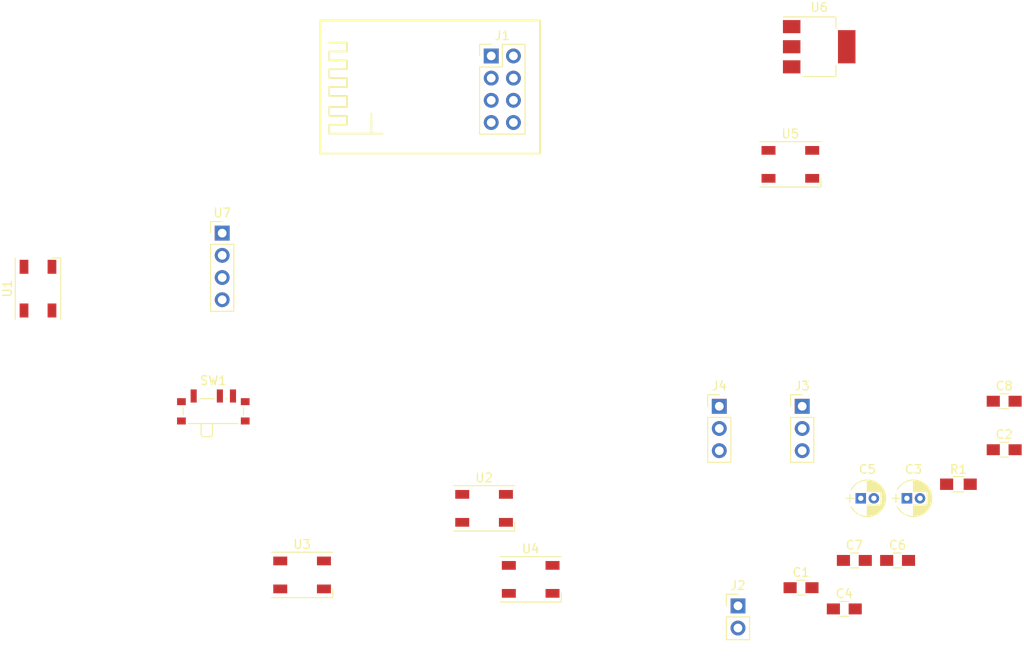
<source format=kicad_pcb>
(kicad_pcb (version 4) (host pcbnew 4.0.7)

  (general
    (links 49)
    (no_connects 49)
    (area 123.876999 62.662999 151.967001 91.261001)
    (thickness 1.6)
    (drawings 29)
    (tracks 0)
    (zones 0)
    (modules 21)
    (nets 16)
  )

  (page A4)
  (layers
    (0 F.Cu signal)
    (31 B.Cu signal)
    (32 B.Adhes user)
    (33 F.Adhes user)
    (34 B.Paste user)
    (35 F.Paste user)
    (36 B.SilkS user)
    (37 F.SilkS user)
    (38 B.Mask user)
    (39 F.Mask user)
    (40 Dwgs.User user)
    (41 Cmts.User user)
    (42 Eco1.User user)
    (43 Eco2.User user)
    (44 Edge.Cuts user)
    (45 Margin user)
    (46 B.CrtYd user)
    (47 F.CrtYd user)
    (48 B.Fab user)
    (49 F.Fab user)
  )

  (setup
    (last_trace_width 0.25)
    (trace_clearance 0.2)
    (zone_clearance 0.508)
    (zone_45_only no)
    (trace_min 0.2)
    (segment_width 0.2)
    (edge_width 0.15)
    (via_size 0.6)
    (via_drill 0.4)
    (via_min_size 0.4)
    (via_min_drill 0.3)
    (uvia_size 0.3)
    (uvia_drill 0.1)
    (uvias_allowed no)
    (uvia_min_size 0.2)
    (uvia_min_drill 0.1)
    (pcb_text_width 0.3)
    (pcb_text_size 1.5 1.5)
    (mod_edge_width 0.15)
    (mod_text_size 1 1)
    (mod_text_width 0.15)
    (pad_size 1.524 1.524)
    (pad_drill 0.762)
    (pad_to_mask_clearance 0.2)
    (aux_axis_origin 0 0)
    (visible_elements 7FFFFFFF)
    (pcbplotparams
      (layerselection 0x00030_80000001)
      (usegerberextensions false)
      (excludeedgelayer true)
      (linewidth 0.100000)
      (plotframeref false)
      (viasonmask false)
      (mode 1)
      (useauxorigin false)
      (hpglpennumber 1)
      (hpglpenspeed 20)
      (hpglpendiameter 15)
      (hpglpenoverlay 2)
      (psnegative false)
      (psa4output false)
      (plotreference true)
      (plotvalue true)
      (plotinvisibletext false)
      (padsonsilk false)
      (subtractmaskfromsilk false)
      (outputformat 1)
      (mirror false)
      (drillshape 1)
      (scaleselection 1)
      (outputdirectory ""))
  )

  (net 0 "")
  (net 1 +5V)
  (net 2 GND)
  (net 3 +3V3)
  (net 4 /RX)
  (net 5 /GPIO_0)
  (net 6 /GPIO_2)
  (net 7 /RESET)
  (net 8 /CH_PD)
  (net 9 /TX)
  (net 10 "Net-(U1-Pad2)")
  (net 11 "Net-(U2-Pad2)")
  (net 12 "Net-(U3-Pad2)")
  (net 13 "Net-(U4-Pad2)")
  (net 14 "Net-(U5-Pad2)")
  (net 15 "Net-(U7-Pad3)")

  (net_class Default "Esta es la clase de red por defecto."
    (clearance 0.2)
    (trace_width 0.25)
    (via_dia 0.6)
    (via_drill 0.4)
    (uvia_dia 0.3)
    (uvia_drill 0.1)
    (add_net +3V3)
    (add_net +5V)
    (add_net /CH_PD)
    (add_net /GPIO_0)
    (add_net /GPIO_2)
    (add_net /RESET)
    (add_net /RX)
    (add_net /TX)
    (add_net GND)
    (add_net "Net-(U1-Pad2)")
    (add_net "Net-(U2-Pad2)")
    (add_net "Net-(U3-Pad2)")
    (add_net "Net-(U4-Pad2)")
    (add_net "Net-(U5-Pad2)")
    (add_net "Net-(U7-Pad3)")
  )

  (module Pin_Headers:Pin_Header_Straight_2x04_Pitch2.54mm (layer F.Cu) (tedit 5AA3CC8E) (tstamp 5AA3C8C5)
    (at 145.091196 68.108452)
    (descr "Through hole straight pin header, 2x04, 2.54mm pitch, double rows")
    (tags "Through hole pin header THT 2x04 2.54mm double row")
    (path /5AA3BB70)
    (fp_text reference J1 (at 1.27 -2.33) (layer F.SilkS)
      (effects (font (size 1 1) (thickness 0.15)))
    )
    (fp_text value Conn_02x04_Top_Bottom (at 1.27 9.95) (layer F.Fab)
      (effects (font (size 1 1) (thickness 0.15)))
    )
    (fp_line (start 0 -1.27) (end 3.81 -1.27) (layer F.Fab) (width 0.1))
    (fp_line (start 3.81 -1.27) (end 3.81 8.89) (layer F.Fab) (width 0.1))
    (fp_line (start 3.81 8.89) (end -1.27 8.89) (layer F.Fab) (width 0.1))
    (fp_line (start -1.27 8.89) (end -1.27 0) (layer F.Fab) (width 0.1))
    (fp_line (start -1.27 0) (end 0 -1.27) (layer F.Fab) (width 0.1))
    (fp_line (start -1.33 8.95) (end 3.87 8.95) (layer F.SilkS) (width 0.12))
    (fp_line (start -1.33 1.27) (end -1.33 8.95) (layer F.SilkS) (width 0.12))
    (fp_line (start 3.87 -1.33) (end 3.87 8.95) (layer F.SilkS) (width 0.12))
    (fp_line (start -1.33 1.27) (end 1.27 1.27) (layer F.SilkS) (width 0.12))
    (fp_line (start 1.27 1.27) (end 1.27 -1.33) (layer F.SilkS) (width 0.12))
    (fp_line (start 1.27 -1.33) (end 3.87 -1.33) (layer F.SilkS) (width 0.12))
    (fp_line (start -1.33 0) (end -1.33 -1.33) (layer F.SilkS) (width 0.12))
    (fp_line (start -1.33 -1.33) (end 0 -1.33) (layer F.SilkS) (width 0.12))
    (fp_line (start -1.8 -1.8) (end -1.8 9.4) (layer F.CrtYd) (width 0.05))
    (fp_line (start -1.8 9.4) (end 4.35 9.4) (layer F.CrtYd) (width 0.05))
    (fp_line (start 4.35 9.4) (end 4.35 -1.8) (layer F.CrtYd) (width 0.05))
    (fp_line (start 4.35 -1.8) (end -1.8 -1.8) (layer F.CrtYd) (width 0.05))
    (fp_text user %R (at 1.27 3.81 90) (layer F.Fab)
      (effects (font (size 1 1) (thickness 0.15)))
    )
    (pad 1 thru_hole rect (at 0 0) (size 1.7 1.7) (drill 1) (layers *.Cu *.Mask)
      (net 4 /RX))
    (pad 5 thru_hole oval (at 2.54 0) (size 1.7 1.7) (drill 1) (layers *.Cu *.Mask)
      (net 3 +3V3))
    (pad 2 thru_hole oval (at 0 2.54) (size 1.7 1.7) (drill 1) (layers *.Cu *.Mask)
      (net 5 /GPIO_0))
    (pad 6 thru_hole oval (at 2.54 2.54) (size 1.7 1.7) (drill 1) (layers *.Cu *.Mask)
      (net 7 /RESET))
    (pad 3 thru_hole oval (at 0 5.08) (size 1.7 1.7) (drill 1) (layers *.Cu *.Mask)
      (net 6 /GPIO_2))
    (pad 7 thru_hole oval (at 2.54 5.08) (size 1.7 1.7) (drill 1) (layers *.Cu *.Mask)
      (net 8 /CH_PD))
    (pad 4 thru_hole oval (at 0 7.62) (size 1.7 1.7) (drill 1) (layers *.Cu *.Mask)
      (net 2 GND))
    (pad 8 thru_hole oval (at 2.54 7.62) (size 1.7 1.7) (drill 1) (layers *.Cu *.Mask)
      (net 9 /TX))
    (model ${KISYS3DMOD}/Pin_Headers.3dshapes/Pin_Header_Straight_2x04_Pitch2.54mm.wrl
      (at (xyz 0 0 0))
      (scale (xyz 1 1 1))
      (rotate (xyz 0 0 0))
    )
  )

  (module Capacitors_SMD:C_0805_HandSoldering (layer F.Cu) (tedit 58AA84A8) (tstamp 5AA3C88F)
    (at 180.549001 128.967)
    (descr "Capacitor SMD 0805, hand soldering")
    (tags "capacitor 0805")
    (path /5A9AA584)
    (attr smd)
    (fp_text reference C1 (at 0 -1.75) (layer F.SilkS)
      (effects (font (size 1 1) (thickness 0.15)))
    )
    (fp_text value 100n (at 0 1.75) (layer F.Fab)
      (effects (font (size 1 1) (thickness 0.15)))
    )
    (fp_text user %R (at 0 -1.75) (layer F.Fab)
      (effects (font (size 1 1) (thickness 0.15)))
    )
    (fp_line (start -1 0.62) (end -1 -0.62) (layer F.Fab) (width 0.1))
    (fp_line (start 1 0.62) (end -1 0.62) (layer F.Fab) (width 0.1))
    (fp_line (start 1 -0.62) (end 1 0.62) (layer F.Fab) (width 0.1))
    (fp_line (start -1 -0.62) (end 1 -0.62) (layer F.Fab) (width 0.1))
    (fp_line (start 0.5 -0.85) (end -0.5 -0.85) (layer F.SilkS) (width 0.12))
    (fp_line (start -0.5 0.85) (end 0.5 0.85) (layer F.SilkS) (width 0.12))
    (fp_line (start -2.25 -0.88) (end 2.25 -0.88) (layer F.CrtYd) (width 0.05))
    (fp_line (start -2.25 -0.88) (end -2.25 0.87) (layer F.CrtYd) (width 0.05))
    (fp_line (start 2.25 0.87) (end 2.25 -0.88) (layer F.CrtYd) (width 0.05))
    (fp_line (start 2.25 0.87) (end -2.25 0.87) (layer F.CrtYd) (width 0.05))
    (pad 1 smd rect (at -1.25 0) (size 1.5 1.25) (layers F.Cu F.Paste F.Mask)
      (net 1 +5V))
    (pad 2 smd rect (at 1.25 0) (size 1.5 1.25) (layers F.Cu F.Paste F.Mask)
      (net 2 GND))
    (model Capacitors_SMD.3dshapes/C_0805.wrl
      (at (xyz 0 0 0))
      (scale (xyz 1 1 1))
      (rotate (xyz 0 0 0))
    )
  )

  (module Capacitors_SMD:C_0805_HandSoldering (layer F.Cu) (tedit 58AA84A8) (tstamp 5AA3C895)
    (at 203.799001 113.177)
    (descr "Capacitor SMD 0805, hand soldering")
    (tags "capacitor 0805")
    (path /5A9AA7EF)
    (attr smd)
    (fp_text reference C2 (at 0 -1.75) (layer F.SilkS)
      (effects (font (size 1 1) (thickness 0.15)))
    )
    (fp_text value 100n (at 0 1.75) (layer F.Fab)
      (effects (font (size 1 1) (thickness 0.15)))
    )
    (fp_text user %R (at 0 -1.75) (layer F.Fab)
      (effects (font (size 1 1) (thickness 0.15)))
    )
    (fp_line (start -1 0.62) (end -1 -0.62) (layer F.Fab) (width 0.1))
    (fp_line (start 1 0.62) (end -1 0.62) (layer F.Fab) (width 0.1))
    (fp_line (start 1 -0.62) (end 1 0.62) (layer F.Fab) (width 0.1))
    (fp_line (start -1 -0.62) (end 1 -0.62) (layer F.Fab) (width 0.1))
    (fp_line (start 0.5 -0.85) (end -0.5 -0.85) (layer F.SilkS) (width 0.12))
    (fp_line (start -0.5 0.85) (end 0.5 0.85) (layer F.SilkS) (width 0.12))
    (fp_line (start -2.25 -0.88) (end 2.25 -0.88) (layer F.CrtYd) (width 0.05))
    (fp_line (start -2.25 -0.88) (end -2.25 0.87) (layer F.CrtYd) (width 0.05))
    (fp_line (start 2.25 0.87) (end 2.25 -0.88) (layer F.CrtYd) (width 0.05))
    (fp_line (start 2.25 0.87) (end -2.25 0.87) (layer F.CrtYd) (width 0.05))
    (pad 1 smd rect (at -1.25 0) (size 1.5 1.25) (layers F.Cu F.Paste F.Mask)
      (net 1 +5V))
    (pad 2 smd rect (at 1.25 0) (size 1.5 1.25) (layers F.Cu F.Paste F.Mask)
      (net 2 GND))
    (model Capacitors_SMD.3dshapes/C_0805.wrl
      (at (xyz 0 0 0))
      (scale (xyz 1 1 1))
      (rotate (xyz 0 0 0))
    )
  )

  (module Capacitors_THT:CP_Radial_D4.0mm_P1.50mm (layer F.Cu) (tedit 597BC7C2) (tstamp 5AA3C89B)
    (at 192.664001 118.737)
    (descr "CP, Radial series, Radial, pin pitch=1.50mm, , diameter=4mm, Electrolytic Capacitor")
    (tags "CP Radial series Radial pin pitch 1.50mm  diameter 4mm Electrolytic Capacitor")
    (path /5A9A88BB)
    (fp_text reference C3 (at 0.75 -3.31) (layer F.SilkS)
      (effects (font (size 1 1) (thickness 0.15)))
    )
    (fp_text value 10uF (at 0.75 3.31) (layer F.Fab)
      (effects (font (size 1 1) (thickness 0.15)))
    )
    (fp_arc (start 0.75 0) (end -1.095996 -0.98) (angle 124.1) (layer F.SilkS) (width 0.12))
    (fp_arc (start 0.75 0) (end -1.095996 0.98) (angle -124.1) (layer F.SilkS) (width 0.12))
    (fp_arc (start 0.75 0) (end 2.595996 -0.98) (angle 55.9) (layer F.SilkS) (width 0.12))
    (fp_circle (center 0.75 0) (end 2.75 0) (layer F.Fab) (width 0.1))
    (fp_line (start -1.7 0) (end -0.8 0) (layer F.Fab) (width 0.1))
    (fp_line (start -1.25 -0.45) (end -1.25 0.45) (layer F.Fab) (width 0.1))
    (fp_line (start 0.75 0.78) (end 0.75 2.05) (layer F.SilkS) (width 0.12))
    (fp_line (start 0.75 -2.05) (end 0.75 -0.78) (layer F.SilkS) (width 0.12))
    (fp_line (start 0.79 -2.05) (end 0.79 -0.78) (layer F.SilkS) (width 0.12))
    (fp_line (start 0.79 0.78) (end 0.79 2.05) (layer F.SilkS) (width 0.12))
    (fp_line (start 0.83 -2.049) (end 0.83 -0.78) (layer F.SilkS) (width 0.12))
    (fp_line (start 0.83 0.78) (end 0.83 2.049) (layer F.SilkS) (width 0.12))
    (fp_line (start 0.87 -2.047) (end 0.87 -0.78) (layer F.SilkS) (width 0.12))
    (fp_line (start 0.87 0.78) (end 0.87 2.047) (layer F.SilkS) (width 0.12))
    (fp_line (start 0.91 -2.044) (end 0.91 -0.78) (layer F.SilkS) (width 0.12))
    (fp_line (start 0.91 0.78) (end 0.91 2.044) (layer F.SilkS) (width 0.12))
    (fp_line (start 0.95 -2.041) (end 0.95 -0.78) (layer F.SilkS) (width 0.12))
    (fp_line (start 0.95 0.78) (end 0.95 2.041) (layer F.SilkS) (width 0.12))
    (fp_line (start 0.99 -2.037) (end 0.99 -0.78) (layer F.SilkS) (width 0.12))
    (fp_line (start 0.99 0.78) (end 0.99 2.037) (layer F.SilkS) (width 0.12))
    (fp_line (start 1.03 -2.032) (end 1.03 -0.78) (layer F.SilkS) (width 0.12))
    (fp_line (start 1.03 0.78) (end 1.03 2.032) (layer F.SilkS) (width 0.12))
    (fp_line (start 1.07 -2.026) (end 1.07 -0.78) (layer F.SilkS) (width 0.12))
    (fp_line (start 1.07 0.78) (end 1.07 2.026) (layer F.SilkS) (width 0.12))
    (fp_line (start 1.11 -2.019) (end 1.11 -0.78) (layer F.SilkS) (width 0.12))
    (fp_line (start 1.11 0.78) (end 1.11 2.019) (layer F.SilkS) (width 0.12))
    (fp_line (start 1.15 -2.012) (end 1.15 -0.78) (layer F.SilkS) (width 0.12))
    (fp_line (start 1.15 0.78) (end 1.15 2.012) (layer F.SilkS) (width 0.12))
    (fp_line (start 1.19 -2.004) (end 1.19 -0.78) (layer F.SilkS) (width 0.12))
    (fp_line (start 1.19 0.78) (end 1.19 2.004) (layer F.SilkS) (width 0.12))
    (fp_line (start 1.23 -1.995) (end 1.23 -0.78) (layer F.SilkS) (width 0.12))
    (fp_line (start 1.23 0.78) (end 1.23 1.995) (layer F.SilkS) (width 0.12))
    (fp_line (start 1.27 -1.985) (end 1.27 -0.78) (layer F.SilkS) (width 0.12))
    (fp_line (start 1.27 0.78) (end 1.27 1.985) (layer F.SilkS) (width 0.12))
    (fp_line (start 1.31 -1.974) (end 1.31 -0.78) (layer F.SilkS) (width 0.12))
    (fp_line (start 1.31 0.78) (end 1.31 1.974) (layer F.SilkS) (width 0.12))
    (fp_line (start 1.35 -1.963) (end 1.35 -0.78) (layer F.SilkS) (width 0.12))
    (fp_line (start 1.35 0.78) (end 1.35 1.963) (layer F.SilkS) (width 0.12))
    (fp_line (start 1.39 -1.95) (end 1.39 -0.78) (layer F.SilkS) (width 0.12))
    (fp_line (start 1.39 0.78) (end 1.39 1.95) (layer F.SilkS) (width 0.12))
    (fp_line (start 1.43 -1.937) (end 1.43 -0.78) (layer F.SilkS) (width 0.12))
    (fp_line (start 1.43 0.78) (end 1.43 1.937) (layer F.SilkS) (width 0.12))
    (fp_line (start 1.471 -1.923) (end 1.471 -0.78) (layer F.SilkS) (width 0.12))
    (fp_line (start 1.471 0.78) (end 1.471 1.923) (layer F.SilkS) (width 0.12))
    (fp_line (start 1.511 -1.907) (end 1.511 -0.78) (layer F.SilkS) (width 0.12))
    (fp_line (start 1.511 0.78) (end 1.511 1.907) (layer F.SilkS) (width 0.12))
    (fp_line (start 1.551 -1.891) (end 1.551 -0.78) (layer F.SilkS) (width 0.12))
    (fp_line (start 1.551 0.78) (end 1.551 1.891) (layer F.SilkS) (width 0.12))
    (fp_line (start 1.591 -1.874) (end 1.591 -0.78) (layer F.SilkS) (width 0.12))
    (fp_line (start 1.591 0.78) (end 1.591 1.874) (layer F.SilkS) (width 0.12))
    (fp_line (start 1.631 -1.856) (end 1.631 -0.78) (layer F.SilkS) (width 0.12))
    (fp_line (start 1.631 0.78) (end 1.631 1.856) (layer F.SilkS) (width 0.12))
    (fp_line (start 1.671 -1.837) (end 1.671 -0.78) (layer F.SilkS) (width 0.12))
    (fp_line (start 1.671 0.78) (end 1.671 1.837) (layer F.SilkS) (width 0.12))
    (fp_line (start 1.711 -1.817) (end 1.711 -0.78) (layer F.SilkS) (width 0.12))
    (fp_line (start 1.711 0.78) (end 1.711 1.817) (layer F.SilkS) (width 0.12))
    (fp_line (start 1.751 -1.796) (end 1.751 -0.78) (layer F.SilkS) (width 0.12))
    (fp_line (start 1.751 0.78) (end 1.751 1.796) (layer F.SilkS) (width 0.12))
    (fp_line (start 1.791 -1.773) (end 1.791 -0.78) (layer F.SilkS) (width 0.12))
    (fp_line (start 1.791 0.78) (end 1.791 1.773) (layer F.SilkS) (width 0.12))
    (fp_line (start 1.831 -1.75) (end 1.831 -0.78) (layer F.SilkS) (width 0.12))
    (fp_line (start 1.831 0.78) (end 1.831 1.75) (layer F.SilkS) (width 0.12))
    (fp_line (start 1.871 -1.725) (end 1.871 -0.78) (layer F.SilkS) (width 0.12))
    (fp_line (start 1.871 0.78) (end 1.871 1.725) (layer F.SilkS) (width 0.12))
    (fp_line (start 1.911 -1.699) (end 1.911 -0.78) (layer F.SilkS) (width 0.12))
    (fp_line (start 1.911 0.78) (end 1.911 1.699) (layer F.SilkS) (width 0.12))
    (fp_line (start 1.951 -1.672) (end 1.951 -0.78) (layer F.SilkS) (width 0.12))
    (fp_line (start 1.951 0.78) (end 1.951 1.672) (layer F.SilkS) (width 0.12))
    (fp_line (start 1.991 -1.643) (end 1.991 -0.78) (layer F.SilkS) (width 0.12))
    (fp_line (start 1.991 0.78) (end 1.991 1.643) (layer F.SilkS) (width 0.12))
    (fp_line (start 2.031 -1.613) (end 2.031 -0.78) (layer F.SilkS) (width 0.12))
    (fp_line (start 2.031 0.78) (end 2.031 1.613) (layer F.SilkS) (width 0.12))
    (fp_line (start 2.071 -1.581) (end 2.071 -0.78) (layer F.SilkS) (width 0.12))
    (fp_line (start 2.071 0.78) (end 2.071 1.581) (layer F.SilkS) (width 0.12))
    (fp_line (start 2.111 -1.547) (end 2.111 -0.78) (layer F.SilkS) (width 0.12))
    (fp_line (start 2.111 0.78) (end 2.111 1.547) (layer F.SilkS) (width 0.12))
    (fp_line (start 2.151 -1.512) (end 2.151 -0.78) (layer F.SilkS) (width 0.12))
    (fp_line (start 2.151 0.78) (end 2.151 1.512) (layer F.SilkS) (width 0.12))
    (fp_line (start 2.191 -1.475) (end 2.191 -0.78) (layer F.SilkS) (width 0.12))
    (fp_line (start 2.191 0.78) (end 2.191 1.475) (layer F.SilkS) (width 0.12))
    (fp_line (start 2.231 -1.436) (end 2.231 -0.78) (layer F.SilkS) (width 0.12))
    (fp_line (start 2.231 0.78) (end 2.231 1.436) (layer F.SilkS) (width 0.12))
    (fp_line (start 2.271 -1.395) (end 2.271 -0.78) (layer F.SilkS) (width 0.12))
    (fp_line (start 2.271 0.78) (end 2.271 1.395) (layer F.SilkS) (width 0.12))
    (fp_line (start 2.311 -1.351) (end 2.311 1.351) (layer F.SilkS) (width 0.12))
    (fp_line (start 2.351 -1.305) (end 2.351 1.305) (layer F.SilkS) (width 0.12))
    (fp_line (start 2.391 -1.256) (end 2.391 1.256) (layer F.SilkS) (width 0.12))
    (fp_line (start 2.431 -1.204) (end 2.431 1.204) (layer F.SilkS) (width 0.12))
    (fp_line (start 2.471 -1.148) (end 2.471 1.148) (layer F.SilkS) (width 0.12))
    (fp_line (start 2.511 -1.088) (end 2.511 1.088) (layer F.SilkS) (width 0.12))
    (fp_line (start 2.551 -1.023) (end 2.551 1.023) (layer F.SilkS) (width 0.12))
    (fp_line (start 2.591 -0.952) (end 2.591 0.952) (layer F.SilkS) (width 0.12))
    (fp_line (start 2.631 -0.874) (end 2.631 0.874) (layer F.SilkS) (width 0.12))
    (fp_line (start 2.671 -0.786) (end 2.671 0.786) (layer F.SilkS) (width 0.12))
    (fp_line (start 2.711 -0.686) (end 2.711 0.686) (layer F.SilkS) (width 0.12))
    (fp_line (start 2.751 -0.567) (end 2.751 0.567) (layer F.SilkS) (width 0.12))
    (fp_line (start 2.791 -0.415) (end 2.791 0.415) (layer F.SilkS) (width 0.12))
    (fp_line (start 2.831 -0.165) (end 2.831 0.165) (layer F.SilkS) (width 0.12))
    (fp_line (start -1.7 0) (end -0.8 0) (layer F.SilkS) (width 0.12))
    (fp_line (start -1.25 -0.45) (end -1.25 0.45) (layer F.SilkS) (width 0.12))
    (fp_line (start -1.6 -2.35) (end -1.6 2.35) (layer F.CrtYd) (width 0.05))
    (fp_line (start -1.6 2.35) (end 3.1 2.35) (layer F.CrtYd) (width 0.05))
    (fp_line (start 3.1 2.35) (end 3.1 -2.35) (layer F.CrtYd) (width 0.05))
    (fp_line (start 3.1 -2.35) (end -1.6 -2.35) (layer F.CrtYd) (width 0.05))
    (fp_text user %R (at 0.75 0) (layer F.Fab)
      (effects (font (size 1 1) (thickness 0.15)))
    )
    (pad 1 thru_hole rect (at 0 0) (size 1.2 1.2) (drill 0.6) (layers *.Cu *.Mask)
      (net 1 +5V))
    (pad 2 thru_hole circle (at 1.5 0) (size 1.2 1.2) (drill 0.6) (layers *.Cu *.Mask)
      (net 2 GND))
    (model ${KISYS3DMOD}/Capacitors_THT.3dshapes/CP_Radial_D4.0mm_P1.50mm.wrl
      (at (xyz 0 0 0))
      (scale (xyz 1 1 1))
      (rotate (xyz 0 0 0))
    )
  )

  (module Capacitors_SMD:C_0805_HandSoldering (layer F.Cu) (tedit 58AA84A8) (tstamp 5AA3C8A1)
    (at 185.499001 131.397)
    (descr "Capacitor SMD 0805, hand soldering")
    (tags "capacitor 0805")
    (path /5A9AAD5D)
    (attr smd)
    (fp_text reference C4 (at 0 -1.75) (layer F.SilkS)
      (effects (font (size 1 1) (thickness 0.15)))
    )
    (fp_text value 100n (at 0 1.75) (layer F.Fab)
      (effects (font (size 1 1) (thickness 0.15)))
    )
    (fp_text user %R (at 0 -1.75) (layer F.Fab)
      (effects (font (size 1 1) (thickness 0.15)))
    )
    (fp_line (start -1 0.62) (end -1 -0.62) (layer F.Fab) (width 0.1))
    (fp_line (start 1 0.62) (end -1 0.62) (layer F.Fab) (width 0.1))
    (fp_line (start 1 -0.62) (end 1 0.62) (layer F.Fab) (width 0.1))
    (fp_line (start -1 -0.62) (end 1 -0.62) (layer F.Fab) (width 0.1))
    (fp_line (start 0.5 -0.85) (end -0.5 -0.85) (layer F.SilkS) (width 0.12))
    (fp_line (start -0.5 0.85) (end 0.5 0.85) (layer F.SilkS) (width 0.12))
    (fp_line (start -2.25 -0.88) (end 2.25 -0.88) (layer F.CrtYd) (width 0.05))
    (fp_line (start -2.25 -0.88) (end -2.25 0.87) (layer F.CrtYd) (width 0.05))
    (fp_line (start 2.25 0.87) (end 2.25 -0.88) (layer F.CrtYd) (width 0.05))
    (fp_line (start 2.25 0.87) (end -2.25 0.87) (layer F.CrtYd) (width 0.05))
    (pad 1 smd rect (at -1.25 0) (size 1.5 1.25) (layers F.Cu F.Paste F.Mask)
      (net 1 +5V))
    (pad 2 smd rect (at 1.25 0) (size 1.5 1.25) (layers F.Cu F.Paste F.Mask)
      (net 2 GND))
    (model Capacitors_SMD.3dshapes/C_0805.wrl
      (at (xyz 0 0 0))
      (scale (xyz 1 1 1))
      (rotate (xyz 0 0 0))
    )
  )

  (module Capacitors_THT:CP_Radial_D4.0mm_P1.50mm (layer F.Cu) (tedit 597BC7C2) (tstamp 5AA3C8A7)
    (at 187.384001 118.737)
    (descr "CP, Radial series, Radial, pin pitch=1.50mm, , diameter=4mm, Electrolytic Capacitor")
    (tags "CP Radial series Radial pin pitch 1.50mm  diameter 4mm Electrolytic Capacitor")
    (path /5A9A88DA)
    (fp_text reference C5 (at 0.75 -3.31) (layer F.SilkS)
      (effects (font (size 1 1) (thickness 0.15)))
    )
    (fp_text value 22uF (at 0.75 3.31) (layer F.Fab)
      (effects (font (size 1 1) (thickness 0.15)))
    )
    (fp_arc (start 0.75 0) (end -1.095996 -0.98) (angle 124.1) (layer F.SilkS) (width 0.12))
    (fp_arc (start 0.75 0) (end -1.095996 0.98) (angle -124.1) (layer F.SilkS) (width 0.12))
    (fp_arc (start 0.75 0) (end 2.595996 -0.98) (angle 55.9) (layer F.SilkS) (width 0.12))
    (fp_circle (center 0.75 0) (end 2.75 0) (layer F.Fab) (width 0.1))
    (fp_line (start -1.7 0) (end -0.8 0) (layer F.Fab) (width 0.1))
    (fp_line (start -1.25 -0.45) (end -1.25 0.45) (layer F.Fab) (width 0.1))
    (fp_line (start 0.75 0.78) (end 0.75 2.05) (layer F.SilkS) (width 0.12))
    (fp_line (start 0.75 -2.05) (end 0.75 -0.78) (layer F.SilkS) (width 0.12))
    (fp_line (start 0.79 -2.05) (end 0.79 -0.78) (layer F.SilkS) (width 0.12))
    (fp_line (start 0.79 0.78) (end 0.79 2.05) (layer F.SilkS) (width 0.12))
    (fp_line (start 0.83 -2.049) (end 0.83 -0.78) (layer F.SilkS) (width 0.12))
    (fp_line (start 0.83 0.78) (end 0.83 2.049) (layer F.SilkS) (width 0.12))
    (fp_line (start 0.87 -2.047) (end 0.87 -0.78) (layer F.SilkS) (width 0.12))
    (fp_line (start 0.87 0.78) (end 0.87 2.047) (layer F.SilkS) (width 0.12))
    (fp_line (start 0.91 -2.044) (end 0.91 -0.78) (layer F.SilkS) (width 0.12))
    (fp_line (start 0.91 0.78) (end 0.91 2.044) (layer F.SilkS) (width 0.12))
    (fp_line (start 0.95 -2.041) (end 0.95 -0.78) (layer F.SilkS) (width 0.12))
    (fp_line (start 0.95 0.78) (end 0.95 2.041) (layer F.SilkS) (width 0.12))
    (fp_line (start 0.99 -2.037) (end 0.99 -0.78) (layer F.SilkS) (width 0.12))
    (fp_line (start 0.99 0.78) (end 0.99 2.037) (layer F.SilkS) (width 0.12))
    (fp_line (start 1.03 -2.032) (end 1.03 -0.78) (layer F.SilkS) (width 0.12))
    (fp_line (start 1.03 0.78) (end 1.03 2.032) (layer F.SilkS) (width 0.12))
    (fp_line (start 1.07 -2.026) (end 1.07 -0.78) (layer F.SilkS) (width 0.12))
    (fp_line (start 1.07 0.78) (end 1.07 2.026) (layer F.SilkS) (width 0.12))
    (fp_line (start 1.11 -2.019) (end 1.11 -0.78) (layer F.SilkS) (width 0.12))
    (fp_line (start 1.11 0.78) (end 1.11 2.019) (layer F.SilkS) (width 0.12))
    (fp_line (start 1.15 -2.012) (end 1.15 -0.78) (layer F.SilkS) (width 0.12))
    (fp_line (start 1.15 0.78) (end 1.15 2.012) (layer F.SilkS) (width 0.12))
    (fp_line (start 1.19 -2.004) (end 1.19 -0.78) (layer F.SilkS) (width 0.12))
    (fp_line (start 1.19 0.78) (end 1.19 2.004) (layer F.SilkS) (width 0.12))
    (fp_line (start 1.23 -1.995) (end 1.23 -0.78) (layer F.SilkS) (width 0.12))
    (fp_line (start 1.23 0.78) (end 1.23 1.995) (layer F.SilkS) (width 0.12))
    (fp_line (start 1.27 -1.985) (end 1.27 -0.78) (layer F.SilkS) (width 0.12))
    (fp_line (start 1.27 0.78) (end 1.27 1.985) (layer F.SilkS) (width 0.12))
    (fp_line (start 1.31 -1.974) (end 1.31 -0.78) (layer F.SilkS) (width 0.12))
    (fp_line (start 1.31 0.78) (end 1.31 1.974) (layer F.SilkS) (width 0.12))
    (fp_line (start 1.35 -1.963) (end 1.35 -0.78) (layer F.SilkS) (width 0.12))
    (fp_line (start 1.35 0.78) (end 1.35 1.963) (layer F.SilkS) (width 0.12))
    (fp_line (start 1.39 -1.95) (end 1.39 -0.78) (layer F.SilkS) (width 0.12))
    (fp_line (start 1.39 0.78) (end 1.39 1.95) (layer F.SilkS) (width 0.12))
    (fp_line (start 1.43 -1.937) (end 1.43 -0.78) (layer F.SilkS) (width 0.12))
    (fp_line (start 1.43 0.78) (end 1.43 1.937) (layer F.SilkS) (width 0.12))
    (fp_line (start 1.471 -1.923) (end 1.471 -0.78) (layer F.SilkS) (width 0.12))
    (fp_line (start 1.471 0.78) (end 1.471 1.923) (layer F.SilkS) (width 0.12))
    (fp_line (start 1.511 -1.907) (end 1.511 -0.78) (layer F.SilkS) (width 0.12))
    (fp_line (start 1.511 0.78) (end 1.511 1.907) (layer F.SilkS) (width 0.12))
    (fp_line (start 1.551 -1.891) (end 1.551 -0.78) (layer F.SilkS) (width 0.12))
    (fp_line (start 1.551 0.78) (end 1.551 1.891) (layer F.SilkS) (width 0.12))
    (fp_line (start 1.591 -1.874) (end 1.591 -0.78) (layer F.SilkS) (width 0.12))
    (fp_line (start 1.591 0.78) (end 1.591 1.874) (layer F.SilkS) (width 0.12))
    (fp_line (start 1.631 -1.856) (end 1.631 -0.78) (layer F.SilkS) (width 0.12))
    (fp_line (start 1.631 0.78) (end 1.631 1.856) (layer F.SilkS) (width 0.12))
    (fp_line (start 1.671 -1.837) (end 1.671 -0.78) (layer F.SilkS) (width 0.12))
    (fp_line (start 1.671 0.78) (end 1.671 1.837) (layer F.SilkS) (width 0.12))
    (fp_line (start 1.711 -1.817) (end 1.711 -0.78) (layer F.SilkS) (width 0.12))
    (fp_line (start 1.711 0.78) (end 1.711 1.817) (layer F.SilkS) (width 0.12))
    (fp_line (start 1.751 -1.796) (end 1.751 -0.78) (layer F.SilkS) (width 0.12))
    (fp_line (start 1.751 0.78) (end 1.751 1.796) (layer F.SilkS) (width 0.12))
    (fp_line (start 1.791 -1.773) (end 1.791 -0.78) (layer F.SilkS) (width 0.12))
    (fp_line (start 1.791 0.78) (end 1.791 1.773) (layer F.SilkS) (width 0.12))
    (fp_line (start 1.831 -1.75) (end 1.831 -0.78) (layer F.SilkS) (width 0.12))
    (fp_line (start 1.831 0.78) (end 1.831 1.75) (layer F.SilkS) (width 0.12))
    (fp_line (start 1.871 -1.725) (end 1.871 -0.78) (layer F.SilkS) (width 0.12))
    (fp_line (start 1.871 0.78) (end 1.871 1.725) (layer F.SilkS) (width 0.12))
    (fp_line (start 1.911 -1.699) (end 1.911 -0.78) (layer F.SilkS) (width 0.12))
    (fp_line (start 1.911 0.78) (end 1.911 1.699) (layer F.SilkS) (width 0.12))
    (fp_line (start 1.951 -1.672) (end 1.951 -0.78) (layer F.SilkS) (width 0.12))
    (fp_line (start 1.951 0.78) (end 1.951 1.672) (layer F.SilkS) (width 0.12))
    (fp_line (start 1.991 -1.643) (end 1.991 -0.78) (layer F.SilkS) (width 0.12))
    (fp_line (start 1.991 0.78) (end 1.991 1.643) (layer F.SilkS) (width 0.12))
    (fp_line (start 2.031 -1.613) (end 2.031 -0.78) (layer F.SilkS) (width 0.12))
    (fp_line (start 2.031 0.78) (end 2.031 1.613) (layer F.SilkS) (width 0.12))
    (fp_line (start 2.071 -1.581) (end 2.071 -0.78) (layer F.SilkS) (width 0.12))
    (fp_line (start 2.071 0.78) (end 2.071 1.581) (layer F.SilkS) (width 0.12))
    (fp_line (start 2.111 -1.547) (end 2.111 -0.78) (layer F.SilkS) (width 0.12))
    (fp_line (start 2.111 0.78) (end 2.111 1.547) (layer F.SilkS) (width 0.12))
    (fp_line (start 2.151 -1.512) (end 2.151 -0.78) (layer F.SilkS) (width 0.12))
    (fp_line (start 2.151 0.78) (end 2.151 1.512) (layer F.SilkS) (width 0.12))
    (fp_line (start 2.191 -1.475) (end 2.191 -0.78) (layer F.SilkS) (width 0.12))
    (fp_line (start 2.191 0.78) (end 2.191 1.475) (layer F.SilkS) (width 0.12))
    (fp_line (start 2.231 -1.436) (end 2.231 -0.78) (layer F.SilkS) (width 0.12))
    (fp_line (start 2.231 0.78) (end 2.231 1.436) (layer F.SilkS) (width 0.12))
    (fp_line (start 2.271 -1.395) (end 2.271 -0.78) (layer F.SilkS) (width 0.12))
    (fp_line (start 2.271 0.78) (end 2.271 1.395) (layer F.SilkS) (width 0.12))
    (fp_line (start 2.311 -1.351) (end 2.311 1.351) (layer F.SilkS) (width 0.12))
    (fp_line (start 2.351 -1.305) (end 2.351 1.305) (layer F.SilkS) (width 0.12))
    (fp_line (start 2.391 -1.256) (end 2.391 1.256) (layer F.SilkS) (width 0.12))
    (fp_line (start 2.431 -1.204) (end 2.431 1.204) (layer F.SilkS) (width 0.12))
    (fp_line (start 2.471 -1.148) (end 2.471 1.148) (layer F.SilkS) (width 0.12))
    (fp_line (start 2.511 -1.088) (end 2.511 1.088) (layer F.SilkS) (width 0.12))
    (fp_line (start 2.551 -1.023) (end 2.551 1.023) (layer F.SilkS) (width 0.12))
    (fp_line (start 2.591 -0.952) (end 2.591 0.952) (layer F.SilkS) (width 0.12))
    (fp_line (start 2.631 -0.874) (end 2.631 0.874) (layer F.SilkS) (width 0.12))
    (fp_line (start 2.671 -0.786) (end 2.671 0.786) (layer F.SilkS) (width 0.12))
    (fp_line (start 2.711 -0.686) (end 2.711 0.686) (layer F.SilkS) (width 0.12))
    (fp_line (start 2.751 -0.567) (end 2.751 0.567) (layer F.SilkS) (width 0.12))
    (fp_line (start 2.791 -0.415) (end 2.791 0.415) (layer F.SilkS) (width 0.12))
    (fp_line (start 2.831 -0.165) (end 2.831 0.165) (layer F.SilkS) (width 0.12))
    (fp_line (start -1.7 0) (end -0.8 0) (layer F.SilkS) (width 0.12))
    (fp_line (start -1.25 -0.45) (end -1.25 0.45) (layer F.SilkS) (width 0.12))
    (fp_line (start -1.6 -2.35) (end -1.6 2.35) (layer F.CrtYd) (width 0.05))
    (fp_line (start -1.6 2.35) (end 3.1 2.35) (layer F.CrtYd) (width 0.05))
    (fp_line (start 3.1 2.35) (end 3.1 -2.35) (layer F.CrtYd) (width 0.05))
    (fp_line (start 3.1 -2.35) (end -1.6 -2.35) (layer F.CrtYd) (width 0.05))
    (fp_text user %R (at 0.75 0) (layer F.Fab)
      (effects (font (size 1 1) (thickness 0.15)))
    )
    (pad 1 thru_hole rect (at 0 0) (size 1.2 1.2) (drill 0.6) (layers *.Cu *.Mask)
      (net 3 +3V3))
    (pad 2 thru_hole circle (at 1.5 0) (size 1.2 1.2) (drill 0.6) (layers *.Cu *.Mask)
      (net 2 GND))
    (model ${KISYS3DMOD}/Capacitors_THT.3dshapes/CP_Radial_D4.0mm_P1.50mm.wrl
      (at (xyz 0 0 0))
      (scale (xyz 1 1 1))
      (rotate (xyz 0 0 0))
    )
  )

  (module Capacitors_SMD:C_0805_HandSoldering (layer F.Cu) (tedit 58AA84A8) (tstamp 5AA3C8AD)
    (at 191.599001 125.847)
    (descr "Capacitor SMD 0805, hand soldering")
    (tags "capacitor 0805")
    (path /5A9A8912)
    (attr smd)
    (fp_text reference C6 (at 0 -1.75) (layer F.SilkS)
      (effects (font (size 1 1) (thickness 0.15)))
    )
    (fp_text value 100n (at 0 1.75) (layer F.Fab)
      (effects (font (size 1 1) (thickness 0.15)))
    )
    (fp_text user %R (at 0 -1.75) (layer F.Fab)
      (effects (font (size 1 1) (thickness 0.15)))
    )
    (fp_line (start -1 0.62) (end -1 -0.62) (layer F.Fab) (width 0.1))
    (fp_line (start 1 0.62) (end -1 0.62) (layer F.Fab) (width 0.1))
    (fp_line (start 1 -0.62) (end 1 0.62) (layer F.Fab) (width 0.1))
    (fp_line (start -1 -0.62) (end 1 -0.62) (layer F.Fab) (width 0.1))
    (fp_line (start 0.5 -0.85) (end -0.5 -0.85) (layer F.SilkS) (width 0.12))
    (fp_line (start -0.5 0.85) (end 0.5 0.85) (layer F.SilkS) (width 0.12))
    (fp_line (start -2.25 -0.88) (end 2.25 -0.88) (layer F.CrtYd) (width 0.05))
    (fp_line (start -2.25 -0.88) (end -2.25 0.87) (layer F.CrtYd) (width 0.05))
    (fp_line (start 2.25 0.87) (end 2.25 -0.88) (layer F.CrtYd) (width 0.05))
    (fp_line (start 2.25 0.87) (end -2.25 0.87) (layer F.CrtYd) (width 0.05))
    (pad 1 smd rect (at -1.25 0) (size 1.5 1.25) (layers F.Cu F.Paste F.Mask)
      (net 3 +3V3))
    (pad 2 smd rect (at 1.25 0) (size 1.5 1.25) (layers F.Cu F.Paste F.Mask)
      (net 2 GND))
    (model Capacitors_SMD.3dshapes/C_0805.wrl
      (at (xyz 0 0 0))
      (scale (xyz 1 1 1))
      (rotate (xyz 0 0 0))
    )
  )

  (module Capacitors_SMD:C_0805_HandSoldering (layer F.Cu) (tedit 58AA84A8) (tstamp 5AA3C8B3)
    (at 186.649001 125.847)
    (descr "Capacitor SMD 0805, hand soldering")
    (tags "capacitor 0805")
    (path /5A9AAF3E)
    (attr smd)
    (fp_text reference C7 (at 0 -1.75) (layer F.SilkS)
      (effects (font (size 1 1) (thickness 0.15)))
    )
    (fp_text value 100n (at 0 1.75) (layer F.Fab)
      (effects (font (size 1 1) (thickness 0.15)))
    )
    (fp_text user %R (at 0 -1.75) (layer F.Fab)
      (effects (font (size 1 1) (thickness 0.15)))
    )
    (fp_line (start -1 0.62) (end -1 -0.62) (layer F.Fab) (width 0.1))
    (fp_line (start 1 0.62) (end -1 0.62) (layer F.Fab) (width 0.1))
    (fp_line (start 1 -0.62) (end 1 0.62) (layer F.Fab) (width 0.1))
    (fp_line (start -1 -0.62) (end 1 -0.62) (layer F.Fab) (width 0.1))
    (fp_line (start 0.5 -0.85) (end -0.5 -0.85) (layer F.SilkS) (width 0.12))
    (fp_line (start -0.5 0.85) (end 0.5 0.85) (layer F.SilkS) (width 0.12))
    (fp_line (start -2.25 -0.88) (end 2.25 -0.88) (layer F.CrtYd) (width 0.05))
    (fp_line (start -2.25 -0.88) (end -2.25 0.87) (layer F.CrtYd) (width 0.05))
    (fp_line (start 2.25 0.87) (end 2.25 -0.88) (layer F.CrtYd) (width 0.05))
    (fp_line (start 2.25 0.87) (end -2.25 0.87) (layer F.CrtYd) (width 0.05))
    (pad 1 smd rect (at -1.25 0) (size 1.5 1.25) (layers F.Cu F.Paste F.Mask)
      (net 1 +5V))
    (pad 2 smd rect (at 1.25 0) (size 1.5 1.25) (layers F.Cu F.Paste F.Mask)
      (net 2 GND))
    (model Capacitors_SMD.3dshapes/C_0805.wrl
      (at (xyz 0 0 0))
      (scale (xyz 1 1 1))
      (rotate (xyz 0 0 0))
    )
  )

  (module Capacitors_SMD:C_0805_HandSoldering (layer F.Cu) (tedit 58AA84A8) (tstamp 5AA3C8B9)
    (at 203.799001 107.627)
    (descr "Capacitor SMD 0805, hand soldering")
    (tags "capacitor 0805")
    (path /5A9AB24E)
    (attr smd)
    (fp_text reference C8 (at 0 -1.75) (layer F.SilkS)
      (effects (font (size 1 1) (thickness 0.15)))
    )
    (fp_text value 100n (at 0 1.75) (layer F.Fab)
      (effects (font (size 1 1) (thickness 0.15)))
    )
    (fp_text user %R (at 0 -1.75) (layer F.Fab)
      (effects (font (size 1 1) (thickness 0.15)))
    )
    (fp_line (start -1 0.62) (end -1 -0.62) (layer F.Fab) (width 0.1))
    (fp_line (start 1 0.62) (end -1 0.62) (layer F.Fab) (width 0.1))
    (fp_line (start 1 -0.62) (end 1 0.62) (layer F.Fab) (width 0.1))
    (fp_line (start -1 -0.62) (end 1 -0.62) (layer F.Fab) (width 0.1))
    (fp_line (start 0.5 -0.85) (end -0.5 -0.85) (layer F.SilkS) (width 0.12))
    (fp_line (start -0.5 0.85) (end 0.5 0.85) (layer F.SilkS) (width 0.12))
    (fp_line (start -2.25 -0.88) (end 2.25 -0.88) (layer F.CrtYd) (width 0.05))
    (fp_line (start -2.25 -0.88) (end -2.25 0.87) (layer F.CrtYd) (width 0.05))
    (fp_line (start 2.25 0.87) (end 2.25 -0.88) (layer F.CrtYd) (width 0.05))
    (fp_line (start 2.25 0.87) (end -2.25 0.87) (layer F.CrtYd) (width 0.05))
    (pad 1 smd rect (at -1.25 0) (size 1.5 1.25) (layers F.Cu F.Paste F.Mask)
      (net 1 +5V))
    (pad 2 smd rect (at 1.25 0) (size 1.5 1.25) (layers F.Cu F.Paste F.Mask)
      (net 2 GND))
    (model Capacitors_SMD.3dshapes/C_0805.wrl
      (at (xyz 0 0 0))
      (scale (xyz 1 1 1))
      (rotate (xyz 0 0 0))
    )
  )

  (module Pin_Headers:Pin_Header_Straight_1x02_Pitch2.54mm (layer F.Cu) (tedit 59650532) (tstamp 5AA3C8CB)
    (at 173.331619 131.047)
    (descr "Through hole straight pin header, 1x02, 2.54mm pitch, single row")
    (tags "Through hole pin header THT 1x02 2.54mm single row")
    (path /5AA4527E)
    (fp_text reference J2 (at 0 -2.33) (layer F.SilkS)
      (effects (font (size 1 1) (thickness 0.15)))
    )
    (fp_text value Conn_01x02 (at 0 4.87) (layer F.Fab)
      (effects (font (size 1 1) (thickness 0.15)))
    )
    (fp_line (start -0.635 -1.27) (end 1.27 -1.27) (layer F.Fab) (width 0.1))
    (fp_line (start 1.27 -1.27) (end 1.27 3.81) (layer F.Fab) (width 0.1))
    (fp_line (start 1.27 3.81) (end -1.27 3.81) (layer F.Fab) (width 0.1))
    (fp_line (start -1.27 3.81) (end -1.27 -0.635) (layer F.Fab) (width 0.1))
    (fp_line (start -1.27 -0.635) (end -0.635 -1.27) (layer F.Fab) (width 0.1))
    (fp_line (start -1.33 3.87) (end 1.33 3.87) (layer F.SilkS) (width 0.12))
    (fp_line (start -1.33 1.27) (end -1.33 3.87) (layer F.SilkS) (width 0.12))
    (fp_line (start 1.33 1.27) (end 1.33 3.87) (layer F.SilkS) (width 0.12))
    (fp_line (start -1.33 1.27) (end 1.33 1.27) (layer F.SilkS) (width 0.12))
    (fp_line (start -1.33 0) (end -1.33 -1.33) (layer F.SilkS) (width 0.12))
    (fp_line (start -1.33 -1.33) (end 0 -1.33) (layer F.SilkS) (width 0.12))
    (fp_line (start -1.8 -1.8) (end -1.8 4.35) (layer F.CrtYd) (width 0.05))
    (fp_line (start -1.8 4.35) (end 1.8 4.35) (layer F.CrtYd) (width 0.05))
    (fp_line (start 1.8 4.35) (end 1.8 -1.8) (layer F.CrtYd) (width 0.05))
    (fp_line (start 1.8 -1.8) (end -1.8 -1.8) (layer F.CrtYd) (width 0.05))
    (fp_text user %R (at 0 1.27 90) (layer F.Fab)
      (effects (font (size 1 1) (thickness 0.15)))
    )
    (pad 1 thru_hole rect (at 0 0) (size 1.7 1.7) (drill 1) (layers *.Cu *.Mask)
      (net 1 +5V))
    (pad 2 thru_hole oval (at 0 2.54) (size 1.7 1.7) (drill 1) (layers *.Cu *.Mask)
      (net 2 GND))
    (model ${KISYS3DMOD}/Pin_Headers.3dshapes/Pin_Header_Straight_1x02_Pitch2.54mm.wrl
      (at (xyz 0 0 0))
      (scale (xyz 1 1 1))
      (rotate (xyz 0 0 0))
    )
  )

  (module Pin_Headers:Pin_Header_Straight_1x03_Pitch2.54mm (layer F.Cu) (tedit 59650532) (tstamp 5AA3C8D2)
    (at 180.681619 108.207)
    (descr "Through hole straight pin header, 1x03, 2.54mm pitch, single row")
    (tags "Through hole pin header THT 1x03 2.54mm single row")
    (path /5AA479F0)
    (fp_text reference J3 (at 0 -2.33) (layer F.SilkS)
      (effects (font (size 1 1) (thickness 0.15)))
    )
    (fp_text value Conn_01x03 (at 0 7.41) (layer F.Fab)
      (effects (font (size 1 1) (thickness 0.15)))
    )
    (fp_line (start -0.635 -1.27) (end 1.27 -1.27) (layer F.Fab) (width 0.1))
    (fp_line (start 1.27 -1.27) (end 1.27 6.35) (layer F.Fab) (width 0.1))
    (fp_line (start 1.27 6.35) (end -1.27 6.35) (layer F.Fab) (width 0.1))
    (fp_line (start -1.27 6.35) (end -1.27 -0.635) (layer F.Fab) (width 0.1))
    (fp_line (start -1.27 -0.635) (end -0.635 -1.27) (layer F.Fab) (width 0.1))
    (fp_line (start -1.33 6.41) (end 1.33 6.41) (layer F.SilkS) (width 0.12))
    (fp_line (start -1.33 1.27) (end -1.33 6.41) (layer F.SilkS) (width 0.12))
    (fp_line (start 1.33 1.27) (end 1.33 6.41) (layer F.SilkS) (width 0.12))
    (fp_line (start -1.33 1.27) (end 1.33 1.27) (layer F.SilkS) (width 0.12))
    (fp_line (start -1.33 0) (end -1.33 -1.33) (layer F.SilkS) (width 0.12))
    (fp_line (start -1.33 -1.33) (end 0 -1.33) (layer F.SilkS) (width 0.12))
    (fp_line (start -1.8 -1.8) (end -1.8 6.85) (layer F.CrtYd) (width 0.05))
    (fp_line (start -1.8 6.85) (end 1.8 6.85) (layer F.CrtYd) (width 0.05))
    (fp_line (start 1.8 6.85) (end 1.8 -1.8) (layer F.CrtYd) (width 0.05))
    (fp_line (start 1.8 -1.8) (end -1.8 -1.8) (layer F.CrtYd) (width 0.05))
    (fp_text user %R (at 0 2.54 90) (layer F.Fab)
      (effects (font (size 1 1) (thickness 0.15)))
    )
    (pad 1 thru_hole rect (at 0 0) (size 1.7 1.7) (drill 1) (layers *.Cu *.Mask)
      (net 4 /RX))
    (pad 2 thru_hole oval (at 0 2.54) (size 1.7 1.7) (drill 1) (layers *.Cu *.Mask)
      (net 1 +5V))
    (pad 3 thru_hole oval (at 0 5.08) (size 1.7 1.7) (drill 1) (layers *.Cu *.Mask)
      (net 2 GND))
    (model ${KISYS3DMOD}/Pin_Headers.3dshapes/Pin_Header_Straight_1x03_Pitch2.54mm.wrl
      (at (xyz 0 0 0))
      (scale (xyz 1 1 1))
      (rotate (xyz 0 0 0))
    )
  )

  (module Pin_Headers:Pin_Header_Straight_1x03_Pitch2.54mm (layer F.Cu) (tedit 59650532) (tstamp 5AA3C8D9)
    (at 171.191619 108.207)
    (descr "Through hole straight pin header, 1x03, 2.54mm pitch, single row")
    (tags "Through hole pin header THT 1x03 2.54mm single row")
    (path /5AA47AC5)
    (fp_text reference J4 (at 0 -2.33) (layer F.SilkS)
      (effects (font (size 1 1) (thickness 0.15)))
    )
    (fp_text value Conn_01x03 (at 0 7.41) (layer F.Fab)
      (effects (font (size 1 1) (thickness 0.15)))
    )
    (fp_line (start -0.635 -1.27) (end 1.27 -1.27) (layer F.Fab) (width 0.1))
    (fp_line (start 1.27 -1.27) (end 1.27 6.35) (layer F.Fab) (width 0.1))
    (fp_line (start 1.27 6.35) (end -1.27 6.35) (layer F.Fab) (width 0.1))
    (fp_line (start -1.27 6.35) (end -1.27 -0.635) (layer F.Fab) (width 0.1))
    (fp_line (start -1.27 -0.635) (end -0.635 -1.27) (layer F.Fab) (width 0.1))
    (fp_line (start -1.33 6.41) (end 1.33 6.41) (layer F.SilkS) (width 0.12))
    (fp_line (start -1.33 1.27) (end -1.33 6.41) (layer F.SilkS) (width 0.12))
    (fp_line (start 1.33 1.27) (end 1.33 6.41) (layer F.SilkS) (width 0.12))
    (fp_line (start -1.33 1.27) (end 1.33 1.27) (layer F.SilkS) (width 0.12))
    (fp_line (start -1.33 0) (end -1.33 -1.33) (layer F.SilkS) (width 0.12))
    (fp_line (start -1.33 -1.33) (end 0 -1.33) (layer F.SilkS) (width 0.12))
    (fp_line (start -1.8 -1.8) (end -1.8 6.85) (layer F.CrtYd) (width 0.05))
    (fp_line (start -1.8 6.85) (end 1.8 6.85) (layer F.CrtYd) (width 0.05))
    (fp_line (start 1.8 6.85) (end 1.8 -1.8) (layer F.CrtYd) (width 0.05))
    (fp_line (start 1.8 -1.8) (end -1.8 -1.8) (layer F.CrtYd) (width 0.05))
    (fp_text user %R (at 0 2.54 90) (layer F.Fab)
      (effects (font (size 1 1) (thickness 0.15)))
    )
    (pad 1 thru_hole rect (at 0 0) (size 1.7 1.7) (drill 1) (layers *.Cu *.Mask)
      (net 9 /TX))
    (pad 2 thru_hole oval (at 0 2.54) (size 1.7 1.7) (drill 1) (layers *.Cu *.Mask)
      (net 1 +5V))
    (pad 3 thru_hole oval (at 0 5.08) (size 1.7 1.7) (drill 1) (layers *.Cu *.Mask)
      (net 2 GND))
    (model ${KISYS3DMOD}/Pin_Headers.3dshapes/Pin_Header_Straight_1x03_Pitch2.54mm.wrl
      (at (xyz 0 0 0))
      (scale (xyz 1 1 1))
      (rotate (xyz 0 0 0))
    )
  )

  (module Resistors_SMD:R_0805_HandSoldering (layer F.Cu) (tedit 58E0A804) (tstamp 5AA3C8DF)
    (at 198.559001 117.127)
    (descr "Resistor SMD 0805, hand soldering")
    (tags "resistor 0805")
    (path /5AA42280)
    (attr smd)
    (fp_text reference R1 (at 0 -1.7) (layer F.SilkS)
      (effects (font (size 1 1) (thickness 0.15)))
    )
    (fp_text value 4k7 (at 0 1.75) (layer F.Fab)
      (effects (font (size 1 1) (thickness 0.15)))
    )
    (fp_text user %R (at 0 0) (layer F.Fab)
      (effects (font (size 0.5 0.5) (thickness 0.075)))
    )
    (fp_line (start -1 0.62) (end -1 -0.62) (layer F.Fab) (width 0.1))
    (fp_line (start 1 0.62) (end -1 0.62) (layer F.Fab) (width 0.1))
    (fp_line (start 1 -0.62) (end 1 0.62) (layer F.Fab) (width 0.1))
    (fp_line (start -1 -0.62) (end 1 -0.62) (layer F.Fab) (width 0.1))
    (fp_line (start 0.6 0.88) (end -0.6 0.88) (layer F.SilkS) (width 0.12))
    (fp_line (start -0.6 -0.88) (end 0.6 -0.88) (layer F.SilkS) (width 0.12))
    (fp_line (start -2.35 -0.9) (end 2.35 -0.9) (layer F.CrtYd) (width 0.05))
    (fp_line (start -2.35 -0.9) (end -2.35 0.9) (layer F.CrtYd) (width 0.05))
    (fp_line (start 2.35 0.9) (end 2.35 -0.9) (layer F.CrtYd) (width 0.05))
    (fp_line (start 2.35 0.9) (end -2.35 0.9) (layer F.CrtYd) (width 0.05))
    (pad 1 smd rect (at -1.35 0) (size 1.5 1.3) (layers F.Cu F.Paste F.Mask)
      (net 3 +3V3))
    (pad 2 smd rect (at 1.35 0) (size 1.5 1.3) (layers F.Cu F.Paste F.Mask)
      (net 5 /GPIO_0))
    (model ${KISYS3DMOD}/Resistors_SMD.3dshapes/R_0805.wrl
      (at (xyz 0 0 0))
      (scale (xyz 1 1 1))
      (rotate (xyz 0 0 0))
    )
  )

  (module Buttons_Switches_SMD:SW_SPDT_PCM12 (layer F.Cu) (tedit 58724DAF) (tstamp 5AA3C8EC)
    (at 113.284 108.458)
    (descr "Ultraminiature Surface Mount Slide Switch")
    (path /5AA416A5)
    (attr smd)
    (fp_text reference SW1 (at 0 -3.2) (layer F.SilkS)
      (effects (font (size 1 1) (thickness 0.15)))
    )
    (fp_text value SW_Push_SPDT (at 0 4.25) (layer F.Fab)
      (effects (font (size 1 1) (thickness 0.15)))
    )
    (fp_text user %R (at 0 -3.2) (layer F.Fab)
      (effects (font (size 1 1) (thickness 0.15)))
    )
    (fp_line (start -1.4 1.65) (end -1.4 2.95) (layer F.Fab) (width 0.1))
    (fp_line (start -1.4 2.95) (end -1.2 3.15) (layer F.Fab) (width 0.1))
    (fp_line (start -1.2 3.15) (end -0.35 3.15) (layer F.Fab) (width 0.1))
    (fp_line (start -0.35 3.15) (end -0.15 2.95) (layer F.Fab) (width 0.1))
    (fp_line (start -0.15 2.95) (end -0.1 2.9) (layer F.Fab) (width 0.1))
    (fp_line (start -0.1 2.9) (end -0.1 1.6) (layer F.Fab) (width 0.1))
    (fp_line (start -3.35 -1) (end -3.35 1.6) (layer F.Fab) (width 0.1))
    (fp_line (start -3.35 1.6) (end 3.35 1.6) (layer F.Fab) (width 0.1))
    (fp_line (start 3.35 1.6) (end 3.35 -1) (layer F.Fab) (width 0.1))
    (fp_line (start 3.35 -1) (end -3.35 -1) (layer F.Fab) (width 0.1))
    (fp_line (start 1.4 -1.12) (end 1.6 -1.12) (layer F.SilkS) (width 0.12))
    (fp_line (start -4.4 -2.45) (end 4.4 -2.45) (layer F.CrtYd) (width 0.05))
    (fp_line (start 4.4 -2.45) (end 4.4 2.1) (layer F.CrtYd) (width 0.05))
    (fp_line (start 4.4 2.1) (end 1.65 2.1) (layer F.CrtYd) (width 0.05))
    (fp_line (start 1.65 2.1) (end 1.65 3.4) (layer F.CrtYd) (width 0.05))
    (fp_line (start 1.65 3.4) (end -1.65 3.4) (layer F.CrtYd) (width 0.05))
    (fp_line (start -1.65 3.4) (end -1.65 2.1) (layer F.CrtYd) (width 0.05))
    (fp_line (start -1.65 2.1) (end -4.4 2.1) (layer F.CrtYd) (width 0.05))
    (fp_line (start -4.4 2.1) (end -4.4 -2.45) (layer F.CrtYd) (width 0.05))
    (fp_line (start -1.4 3.02) (end -1.2 3.23) (layer F.SilkS) (width 0.12))
    (fp_line (start -0.1 3.02) (end -0.3 3.23) (layer F.SilkS) (width 0.12))
    (fp_line (start -1.4 1.73) (end -1.4 3.02) (layer F.SilkS) (width 0.12))
    (fp_line (start -1.2 3.23) (end -0.3 3.23) (layer F.SilkS) (width 0.12))
    (fp_line (start -0.1 3.02) (end -0.1 1.73) (layer F.SilkS) (width 0.12))
    (fp_line (start -2.85 1.73) (end 2.85 1.73) (layer F.SilkS) (width 0.12))
    (fp_line (start -1.6 -1.12) (end 0.1 -1.12) (layer F.SilkS) (width 0.12))
    (fp_line (start -3.45 -0.07) (end -3.45 0.72) (layer F.SilkS) (width 0.12))
    (fp_line (start 3.45 0.72) (end 3.45 -0.07) (layer F.SilkS) (width 0.12))
    (pad "" np_thru_hole circle (at -1.5 0.33) (size 0.9 0.9) (drill 0.9) (layers *.Cu *.Mask))
    (pad "" np_thru_hole circle (at 1.5 0.33) (size 0.9 0.9) (drill 0.9) (layers *.Cu *.Mask))
    (pad 1 smd rect (at -2.25 -1.43) (size 0.7 1.5) (layers F.Cu F.Paste F.Mask)
      (net 3 +3V3))
    (pad 2 smd rect (at 0.75 -1.43) (size 0.7 1.5) (layers F.Cu F.Paste F.Mask)
      (net 8 /CH_PD))
    (pad 3 smd rect (at 2.25 -1.43) (size 0.7 1.5) (layers F.Cu F.Paste F.Mask)
      (net 2 GND))
    (pad "" smd rect (at -3.65 1.43) (size 1 0.8) (layers F.Cu F.Paste F.Mask))
    (pad "" smd rect (at 3.65 1.43) (size 1 0.8) (layers F.Cu F.Paste F.Mask))
    (pad "" smd rect (at 3.65 -0.78) (size 1 0.8) (layers F.Cu F.Paste F.Mask))
    (pad "" smd rect (at -3.65 -0.78) (size 1 0.8) (layers F.Cu F.Paste F.Mask))
    (model ${KISYS3DMOD}/Buttons_Switches_SMD.3dshapes/SW_SPDT_PCM12.wrl
      (at (xyz 0 0 0))
      (scale (xyz 1 1 1))
      (rotate (xyz 0 0 0))
    )
  )

  (module LEDs:LED_WS2812B-PLCC4 (layer F.Cu) (tedit 587A6D9E) (tstamp 5AA3C8F4)
    (at 93.218 94.742 90)
    (descr http://www.world-semi.com/uploads/soft/150522/1-150522091P5.pdf)
    (tags "LED NeoPixel")
    (path /5A9A9F8E)
    (attr smd)
    (fp_text reference U1 (at 0 -3.5 90) (layer F.SilkS)
      (effects (font (size 1 1) (thickness 0.15)))
    )
    (fp_text value WS2812b (at 0 4 90) (layer F.Fab)
      (effects (font (size 1 1) (thickness 0.15)))
    )
    (fp_line (start 3.75 -2.85) (end -3.75 -2.85) (layer F.CrtYd) (width 0.05))
    (fp_line (start 3.75 2.85) (end 3.75 -2.85) (layer F.CrtYd) (width 0.05))
    (fp_line (start -3.75 2.85) (end 3.75 2.85) (layer F.CrtYd) (width 0.05))
    (fp_line (start -3.75 -2.85) (end -3.75 2.85) (layer F.CrtYd) (width 0.05))
    (fp_line (start 2.5 1.5) (end 1.5 2.5) (layer F.Fab) (width 0.1))
    (fp_line (start -2.5 -2.5) (end -2.5 2.5) (layer F.Fab) (width 0.1))
    (fp_line (start -2.5 2.5) (end 2.5 2.5) (layer F.Fab) (width 0.1))
    (fp_line (start 2.5 2.5) (end 2.5 -2.5) (layer F.Fab) (width 0.1))
    (fp_line (start 2.5 -2.5) (end -2.5 -2.5) (layer F.Fab) (width 0.1))
    (fp_line (start -3.5 -2.6) (end 3.5 -2.6) (layer F.SilkS) (width 0.12))
    (fp_line (start -3.5 2.6) (end 3.5 2.6) (layer F.SilkS) (width 0.12))
    (fp_line (start 3.5 2.6) (end 3.5 1.6) (layer F.SilkS) (width 0.12))
    (fp_circle (center 0 0) (end 0 -2) (layer F.Fab) (width 0.1))
    (pad 3 smd rect (at 2.5 1.6 90) (size 1.6 1) (layers F.Cu F.Paste F.Mask)
      (net 2 GND))
    (pad 4 smd rect (at 2.5 -1.6 90) (size 1.6 1) (layers F.Cu F.Paste F.Mask)
      (net 6 /GPIO_2))
    (pad 2 smd rect (at -2.5 1.6 90) (size 1.6 1) (layers F.Cu F.Paste F.Mask)
      (net 10 "Net-(U1-Pad2)"))
    (pad 1 smd rect (at -2.5 -1.6 90) (size 1.6 1) (layers F.Cu F.Paste F.Mask)
      (net 1 +5V))
    (model ${KISYS3DMOD}/LEDs.3dshapes/LED_WS2812B-PLCC4.wrl
      (at (xyz 0 0 0))
      (scale (xyz 0.39 0.39 0.39))
      (rotate (xyz 0 0 180))
    )
  )

  (module LEDs:LED_WS2812B-PLCC4 (layer F.Cu) (tedit 587A6D9E) (tstamp 5AA3C8FC)
    (at 144.272 119.888)
    (descr http://www.world-semi.com/uploads/soft/150522/1-150522091P5.pdf)
    (tags "LED NeoPixel")
    (path /5A9A9E62)
    (attr smd)
    (fp_text reference U2 (at 0 -3.5) (layer F.SilkS)
      (effects (font (size 1 1) (thickness 0.15)))
    )
    (fp_text value WS2812b (at 0 4) (layer F.Fab)
      (effects (font (size 1 1) (thickness 0.15)))
    )
    (fp_line (start 3.75 -2.85) (end -3.75 -2.85) (layer F.CrtYd) (width 0.05))
    (fp_line (start 3.75 2.85) (end 3.75 -2.85) (layer F.CrtYd) (width 0.05))
    (fp_line (start -3.75 2.85) (end 3.75 2.85) (layer F.CrtYd) (width 0.05))
    (fp_line (start -3.75 -2.85) (end -3.75 2.85) (layer F.CrtYd) (width 0.05))
    (fp_line (start 2.5 1.5) (end 1.5 2.5) (layer F.Fab) (width 0.1))
    (fp_line (start -2.5 -2.5) (end -2.5 2.5) (layer F.Fab) (width 0.1))
    (fp_line (start -2.5 2.5) (end 2.5 2.5) (layer F.Fab) (width 0.1))
    (fp_line (start 2.5 2.5) (end 2.5 -2.5) (layer F.Fab) (width 0.1))
    (fp_line (start 2.5 -2.5) (end -2.5 -2.5) (layer F.Fab) (width 0.1))
    (fp_line (start -3.5 -2.6) (end 3.5 -2.6) (layer F.SilkS) (width 0.12))
    (fp_line (start -3.5 2.6) (end 3.5 2.6) (layer F.SilkS) (width 0.12))
    (fp_line (start 3.5 2.6) (end 3.5 1.6) (layer F.SilkS) (width 0.12))
    (fp_circle (center 0 0) (end 0 -2) (layer F.Fab) (width 0.1))
    (pad 3 smd rect (at 2.5 1.6) (size 1.6 1) (layers F.Cu F.Paste F.Mask)
      (net 2 GND))
    (pad 4 smd rect (at 2.5 -1.6) (size 1.6 1) (layers F.Cu F.Paste F.Mask)
      (net 10 "Net-(U1-Pad2)"))
    (pad 2 smd rect (at -2.5 1.6) (size 1.6 1) (layers F.Cu F.Paste F.Mask)
      (net 11 "Net-(U2-Pad2)"))
    (pad 1 smd rect (at -2.5 -1.6) (size 1.6 1) (layers F.Cu F.Paste F.Mask)
      (net 1 +5V))
    (model ${KISYS3DMOD}/LEDs.3dshapes/LED_WS2812B-PLCC4.wrl
      (at (xyz 0 0 0))
      (scale (xyz 0.39 0.39 0.39))
      (rotate (xyz 0 0 180))
    )
  )

  (module LEDs:LED_WS2812B-PLCC4 (layer F.Cu) (tedit 587A6D9E) (tstamp 5AA3C904)
    (at 123.444 127.508)
    (descr http://www.world-semi.com/uploads/soft/150522/1-150522091P5.pdf)
    (tags "LED NeoPixel")
    (path /5A9A9D5C)
    (attr smd)
    (fp_text reference U3 (at 0 -3.5) (layer F.SilkS)
      (effects (font (size 1 1) (thickness 0.15)))
    )
    (fp_text value WS2812b (at 0 4) (layer F.Fab)
      (effects (font (size 1 1) (thickness 0.15)))
    )
    (fp_line (start 3.75 -2.85) (end -3.75 -2.85) (layer F.CrtYd) (width 0.05))
    (fp_line (start 3.75 2.85) (end 3.75 -2.85) (layer F.CrtYd) (width 0.05))
    (fp_line (start -3.75 2.85) (end 3.75 2.85) (layer F.CrtYd) (width 0.05))
    (fp_line (start -3.75 -2.85) (end -3.75 2.85) (layer F.CrtYd) (width 0.05))
    (fp_line (start 2.5 1.5) (end 1.5 2.5) (layer F.Fab) (width 0.1))
    (fp_line (start -2.5 -2.5) (end -2.5 2.5) (layer F.Fab) (width 0.1))
    (fp_line (start -2.5 2.5) (end 2.5 2.5) (layer F.Fab) (width 0.1))
    (fp_line (start 2.5 2.5) (end 2.5 -2.5) (layer F.Fab) (width 0.1))
    (fp_line (start 2.5 -2.5) (end -2.5 -2.5) (layer F.Fab) (width 0.1))
    (fp_line (start -3.5 -2.6) (end 3.5 -2.6) (layer F.SilkS) (width 0.12))
    (fp_line (start -3.5 2.6) (end 3.5 2.6) (layer F.SilkS) (width 0.12))
    (fp_line (start 3.5 2.6) (end 3.5 1.6) (layer F.SilkS) (width 0.12))
    (fp_circle (center 0 0) (end 0 -2) (layer F.Fab) (width 0.1))
    (pad 3 smd rect (at 2.5 1.6) (size 1.6 1) (layers F.Cu F.Paste F.Mask)
      (net 2 GND))
    (pad 4 smd rect (at 2.5 -1.6) (size 1.6 1) (layers F.Cu F.Paste F.Mask)
      (net 11 "Net-(U2-Pad2)"))
    (pad 2 smd rect (at -2.5 1.6) (size 1.6 1) (layers F.Cu F.Paste F.Mask)
      (net 12 "Net-(U3-Pad2)"))
    (pad 1 smd rect (at -2.5 -1.6) (size 1.6 1) (layers F.Cu F.Paste F.Mask)
      (net 1 +5V))
    (model ${KISYS3DMOD}/LEDs.3dshapes/LED_WS2812B-PLCC4.wrl
      (at (xyz 0 0 0))
      (scale (xyz 0.39 0.39 0.39))
      (rotate (xyz 0 0 180))
    )
  )

  (module LEDs:LED_WS2812B-PLCC4 (layer F.Cu) (tedit 587A6D9E) (tstamp 5AA3C90C)
    (at 149.606 128.016)
    (descr http://www.world-semi.com/uploads/soft/150522/1-150522091P5.pdf)
    (tags "LED NeoPixel")
    (path /5A9A9C58)
    (attr smd)
    (fp_text reference U4 (at 0 -3.5) (layer F.SilkS)
      (effects (font (size 1 1) (thickness 0.15)))
    )
    (fp_text value WS2812b (at 0 4) (layer F.Fab)
      (effects (font (size 1 1) (thickness 0.15)))
    )
    (fp_line (start 3.75 -2.85) (end -3.75 -2.85) (layer F.CrtYd) (width 0.05))
    (fp_line (start 3.75 2.85) (end 3.75 -2.85) (layer F.CrtYd) (width 0.05))
    (fp_line (start -3.75 2.85) (end 3.75 2.85) (layer F.CrtYd) (width 0.05))
    (fp_line (start -3.75 -2.85) (end -3.75 2.85) (layer F.CrtYd) (width 0.05))
    (fp_line (start 2.5 1.5) (end 1.5 2.5) (layer F.Fab) (width 0.1))
    (fp_line (start -2.5 -2.5) (end -2.5 2.5) (layer F.Fab) (width 0.1))
    (fp_line (start -2.5 2.5) (end 2.5 2.5) (layer F.Fab) (width 0.1))
    (fp_line (start 2.5 2.5) (end 2.5 -2.5) (layer F.Fab) (width 0.1))
    (fp_line (start 2.5 -2.5) (end -2.5 -2.5) (layer F.Fab) (width 0.1))
    (fp_line (start -3.5 -2.6) (end 3.5 -2.6) (layer F.SilkS) (width 0.12))
    (fp_line (start -3.5 2.6) (end 3.5 2.6) (layer F.SilkS) (width 0.12))
    (fp_line (start 3.5 2.6) (end 3.5 1.6) (layer F.SilkS) (width 0.12))
    (fp_circle (center 0 0) (end 0 -2) (layer F.Fab) (width 0.1))
    (pad 3 smd rect (at 2.5 1.6) (size 1.6 1) (layers F.Cu F.Paste F.Mask)
      (net 2 GND))
    (pad 4 smd rect (at 2.5 -1.6) (size 1.6 1) (layers F.Cu F.Paste F.Mask)
      (net 12 "Net-(U3-Pad2)"))
    (pad 2 smd rect (at -2.5 1.6) (size 1.6 1) (layers F.Cu F.Paste F.Mask)
      (net 13 "Net-(U4-Pad2)"))
    (pad 1 smd rect (at -2.5 -1.6) (size 1.6 1) (layers F.Cu F.Paste F.Mask)
      (net 1 +5V))
    (model ${KISYS3DMOD}/LEDs.3dshapes/LED_WS2812B-PLCC4.wrl
      (at (xyz 0 0 0))
      (scale (xyz 0.39 0.39 0.39))
      (rotate (xyz 0 0 180))
    )
  )

  (module LEDs:LED_WS2812B-PLCC4 (layer F.Cu) (tedit 587A6D9E) (tstamp 5AA3C914)
    (at 179.324 80.518)
    (descr http://www.world-semi.com/uploads/soft/150522/1-150522091P5.pdf)
    (tags "LED NeoPixel")
    (path /5A9A9B91)
    (attr smd)
    (fp_text reference U5 (at 0 -3.5) (layer F.SilkS)
      (effects (font (size 1 1) (thickness 0.15)))
    )
    (fp_text value WS2812b (at 0 4) (layer F.Fab)
      (effects (font (size 1 1) (thickness 0.15)))
    )
    (fp_line (start 3.75 -2.85) (end -3.75 -2.85) (layer F.CrtYd) (width 0.05))
    (fp_line (start 3.75 2.85) (end 3.75 -2.85) (layer F.CrtYd) (width 0.05))
    (fp_line (start -3.75 2.85) (end 3.75 2.85) (layer F.CrtYd) (width 0.05))
    (fp_line (start -3.75 -2.85) (end -3.75 2.85) (layer F.CrtYd) (width 0.05))
    (fp_line (start 2.5 1.5) (end 1.5 2.5) (layer F.Fab) (width 0.1))
    (fp_line (start -2.5 -2.5) (end -2.5 2.5) (layer F.Fab) (width 0.1))
    (fp_line (start -2.5 2.5) (end 2.5 2.5) (layer F.Fab) (width 0.1))
    (fp_line (start 2.5 2.5) (end 2.5 -2.5) (layer F.Fab) (width 0.1))
    (fp_line (start 2.5 -2.5) (end -2.5 -2.5) (layer F.Fab) (width 0.1))
    (fp_line (start -3.5 -2.6) (end 3.5 -2.6) (layer F.SilkS) (width 0.12))
    (fp_line (start -3.5 2.6) (end 3.5 2.6) (layer F.SilkS) (width 0.12))
    (fp_line (start 3.5 2.6) (end 3.5 1.6) (layer F.SilkS) (width 0.12))
    (fp_circle (center 0 0) (end 0 -2) (layer F.Fab) (width 0.1))
    (pad 3 smd rect (at 2.5 1.6) (size 1.6 1) (layers F.Cu F.Paste F.Mask)
      (net 2 GND))
    (pad 4 smd rect (at 2.5 -1.6) (size 1.6 1) (layers F.Cu F.Paste F.Mask)
      (net 13 "Net-(U4-Pad2)"))
    (pad 2 smd rect (at -2.5 1.6) (size 1.6 1) (layers F.Cu F.Paste F.Mask)
      (net 14 "Net-(U5-Pad2)"))
    (pad 1 smd rect (at -2.5 -1.6) (size 1.6 1) (layers F.Cu F.Paste F.Mask)
      (net 1 +5V))
    (model ${KISYS3DMOD}/LEDs.3dshapes/LED_WS2812B-PLCC4.wrl
      (at (xyz 0 0 0))
      (scale (xyz 0.39 0.39 0.39))
      (rotate (xyz 0 0 180))
    )
  )

  (module TO_SOT_Packages_SMD:SOT-223 (layer F.Cu) (tedit 58CE4E7E) (tstamp 5AA3C91C)
    (at 182.626 67.056)
    (descr "module CMS SOT223 4 pins")
    (tags "CMS SOT")
    (path /5A9A86B7)
    (attr smd)
    (fp_text reference U6 (at 0 -4.5) (layer F.SilkS)
      (effects (font (size 1 1) (thickness 0.15)))
    )
    (fp_text value LM1117-3.3 (at 0 4.5) (layer F.Fab)
      (effects (font (size 1 1) (thickness 0.15)))
    )
    (fp_text user %R (at 0 0 90) (layer F.Fab)
      (effects (font (size 0.8 0.8) (thickness 0.12)))
    )
    (fp_line (start -1.85 -2.3) (end -0.8 -3.35) (layer F.Fab) (width 0.1))
    (fp_line (start 1.91 3.41) (end 1.91 2.15) (layer F.SilkS) (width 0.12))
    (fp_line (start 1.91 -3.41) (end 1.91 -2.15) (layer F.SilkS) (width 0.12))
    (fp_line (start 4.4 -3.6) (end -4.4 -3.6) (layer F.CrtYd) (width 0.05))
    (fp_line (start 4.4 3.6) (end 4.4 -3.6) (layer F.CrtYd) (width 0.05))
    (fp_line (start -4.4 3.6) (end 4.4 3.6) (layer F.CrtYd) (width 0.05))
    (fp_line (start -4.4 -3.6) (end -4.4 3.6) (layer F.CrtYd) (width 0.05))
    (fp_line (start -1.85 -2.3) (end -1.85 3.35) (layer F.Fab) (width 0.1))
    (fp_line (start -1.85 3.41) (end 1.91 3.41) (layer F.SilkS) (width 0.12))
    (fp_line (start -0.8 -3.35) (end 1.85 -3.35) (layer F.Fab) (width 0.1))
    (fp_line (start -4.1 -3.41) (end 1.91 -3.41) (layer F.SilkS) (width 0.12))
    (fp_line (start -1.85 3.35) (end 1.85 3.35) (layer F.Fab) (width 0.1))
    (fp_line (start 1.85 -3.35) (end 1.85 3.35) (layer F.Fab) (width 0.1))
    (pad 4 smd rect (at 3.15 0) (size 2 3.8) (layers F.Cu F.Paste F.Mask))
    (pad 2 smd rect (at -3.15 0) (size 2 1.5) (layers F.Cu F.Paste F.Mask)
      (net 3 +3V3))
    (pad 3 smd rect (at -3.15 2.3) (size 2 1.5) (layers F.Cu F.Paste F.Mask)
      (net 1 +5V))
    (pad 1 smd rect (at -3.15 -2.3) (size 2 1.5) (layers F.Cu F.Paste F.Mask)
      (net 2 GND))
    (model ${KISYS3DMOD}/TO_SOT_Packages_SMD.3dshapes/SOT-223.wrl
      (at (xyz 0 0 0))
      (scale (xyz 1 1 1))
      (rotate (xyz 0 0 0))
    )
  )

  (module Pin_Headers:Pin_Header_Straight_1x04_Pitch2.54mm (layer F.Cu) (tedit 59650532) (tstamp 5AA3C924)
    (at 114.3 88.392)
    (descr "Through hole straight pin header, 1x04, 2.54mm pitch, single row")
    (tags "Through hole pin header THT 1x04 2.54mm single row")
    (path /5A9A9354)
    (fp_text reference U7 (at 0 -2.33) (layer F.SilkS)
      (effects (font (size 1 1) (thickness 0.15)))
    )
    (fp_text value DHT11 (at 0 9.95) (layer F.Fab)
      (effects (font (size 1 1) (thickness 0.15)))
    )
    (fp_line (start -0.635 -1.27) (end 1.27 -1.27) (layer F.Fab) (width 0.1))
    (fp_line (start 1.27 -1.27) (end 1.27 8.89) (layer F.Fab) (width 0.1))
    (fp_line (start 1.27 8.89) (end -1.27 8.89) (layer F.Fab) (width 0.1))
    (fp_line (start -1.27 8.89) (end -1.27 -0.635) (layer F.Fab) (width 0.1))
    (fp_line (start -1.27 -0.635) (end -0.635 -1.27) (layer F.Fab) (width 0.1))
    (fp_line (start -1.33 8.95) (end 1.33 8.95) (layer F.SilkS) (width 0.12))
    (fp_line (start -1.33 1.27) (end -1.33 8.95) (layer F.SilkS) (width 0.12))
    (fp_line (start 1.33 1.27) (end 1.33 8.95) (layer F.SilkS) (width 0.12))
    (fp_line (start -1.33 1.27) (end 1.33 1.27) (layer F.SilkS) (width 0.12))
    (fp_line (start -1.33 0) (end -1.33 -1.33) (layer F.SilkS) (width 0.12))
    (fp_line (start -1.33 -1.33) (end 0 -1.33) (layer F.SilkS) (width 0.12))
    (fp_line (start -1.8 -1.8) (end -1.8 9.4) (layer F.CrtYd) (width 0.05))
    (fp_line (start -1.8 9.4) (end 1.8 9.4) (layer F.CrtYd) (width 0.05))
    (fp_line (start 1.8 9.4) (end 1.8 -1.8) (layer F.CrtYd) (width 0.05))
    (fp_line (start 1.8 -1.8) (end -1.8 -1.8) (layer F.CrtYd) (width 0.05))
    (fp_text user %R (at 0 3.81 90) (layer F.Fab)
      (effects (font (size 1 1) (thickness 0.15)))
    )
    (pad 1 thru_hole rect (at 0 0) (size 1.7 1.7) (drill 1) (layers *.Cu *.Mask)
      (net 3 +3V3))
    (pad 2 thru_hole oval (at 0 2.54) (size 1.7 1.7) (drill 1) (layers *.Cu *.Mask)
      (net 5 /GPIO_0))
    (pad 3 thru_hole oval (at 0 5.08) (size 1.7 1.7) (drill 1) (layers *.Cu *.Mask)
      (net 15 "Net-(U7-Pad3)"))
    (pad 4 thru_hole oval (at 0 7.62) (size 1.7 1.7) (drill 1) (layers *.Cu *.Mask)
      (net 2 GND))
    (model ${KISYS3DMOD}/Pin_Headers.3dshapes/Pin_Header_Straight_1x04_Pitch2.54mm.wrl
      (at (xyz 0 0 0))
      (scale (xyz 1 1 1))
      (rotate (xyz 0 0 0))
    )
  )

  (gr_line (start 131.375197 75.728452) (end 131.375196 74.712452) (angle 90) (layer F.SilkS) (width 0.2))
  (gr_line (start 131.375197 76.998451) (end 131.375197 75.728452) (angle 90) (layer F.SilkS) (width 0.2))
  (gr_line (start 130.613196 76.998452) (end 132.645196 76.998452) (angle 90) (layer F.SilkS) (width 0.2))
  (gr_line (start 128.581197 66.584451) (end 126.549196 66.584452) (angle 90) (layer F.SilkS) (width 0.2))
  (gr_line (start 128.581197 67.600453) (end 128.581197 66.584451) (angle 90) (layer F.SilkS) (width 0.2))
  (gr_line (start 126.549197 67.600452) (end 128.581197 67.600453) (angle 90) (layer F.SilkS) (width 0.2))
  (gr_line (start 126.549198 68.616453) (end 126.549197 67.600452) (angle 90) (layer F.SilkS) (width 0.2))
  (gr_line (start 128.581197 68.616453) (end 126.549198 68.616453) (angle 90) (layer F.SilkS) (width 0.2))
  (gr_line (start 128.581197 69.632452) (end 128.581197 68.616453) (angle 90) (layer F.SilkS) (width 0.2))
  (gr_line (start 126.549196 69.632452) (end 128.581197 69.632452) (angle 90) (layer F.SilkS) (width 0.2))
  (gr_line (start 126.549196 70.648453) (end 126.549196 69.632452) (angle 90) (layer F.SilkS) (width 0.2))
  (gr_line (start 128.581196 70.648452) (end 126.549196 70.648453) (angle 90) (layer F.SilkS) (width 0.2))
  (gr_line (start 128.581197 71.664452) (end 128.581196 70.648452) (angle 90) (layer F.SilkS) (width 0.2))
  (gr_line (start 126.549197 71.664452) (end 128.581197 71.664452) (angle 90) (layer F.SilkS) (width 0.2))
  (gr_line (start 126.549197 72.680451) (end 126.549197 71.664452) (angle 90) (layer F.SilkS) (width 0.2))
  (gr_line (start 128.581197 72.680452) (end 126.549197 72.680451) (angle 90) (layer F.SilkS) (width 0.2))
  (gr_line (start 128.581196 73.950452) (end 128.581197 72.680452) (angle 90) (layer F.SilkS) (width 0.2))
  (gr_line (start 126.549197 73.950453) (end 128.581196 73.950452) (angle 90) (layer F.SilkS) (width 0.2))
  (gr_line (start 126.549196 74.966452) (end 126.549197 73.950453) (angle 90) (layer F.SilkS) (width 0.2))
  (gr_line (start 128.581197 74.966452) (end 126.549196 74.966452) (angle 90) (layer F.SilkS) (width 0.2))
  (gr_line (start 128.581196 75.982453) (end 128.581197 74.966452) (angle 90) (layer F.SilkS) (width 0.2))
  (gr_line (start 126.549197 75.982453) (end 128.581196 75.982453) (angle 90) (layer F.SilkS) (width 0.2))
  (gr_line (start 126.549196 76.998451) (end 126.549197 75.982453) (angle 90) (layer F.SilkS) (width 0.2))
  (gr_line (start 130.613196 76.998452) (end 126.549196 76.998451) (angle 90) (layer F.SilkS) (width 0.2))
  (gr_line (start 150.679198 79.284452) (end 150.679197 79.030451) (angle 90) (layer F.SilkS) (width 0.2))
  (gr_line (start 125.533196 79.284452) (end 150.679198 79.284452) (angle 90) (layer F.SilkS) (width 0.2))
  (gr_line (start 125.533196 64.044453) (end 125.533196 79.284452) (angle 90) (layer F.SilkS) (width 0.2))
  (gr_line (start 150.679197 64.044451) (end 125.533196 64.044453) (angle 90) (layer F.SilkS) (width 0.2))
  (gr_line (start 150.679197 79.030451) (end 150.679197 64.044451) (angle 90) (layer F.SilkS) (width 0.2))

)

</source>
